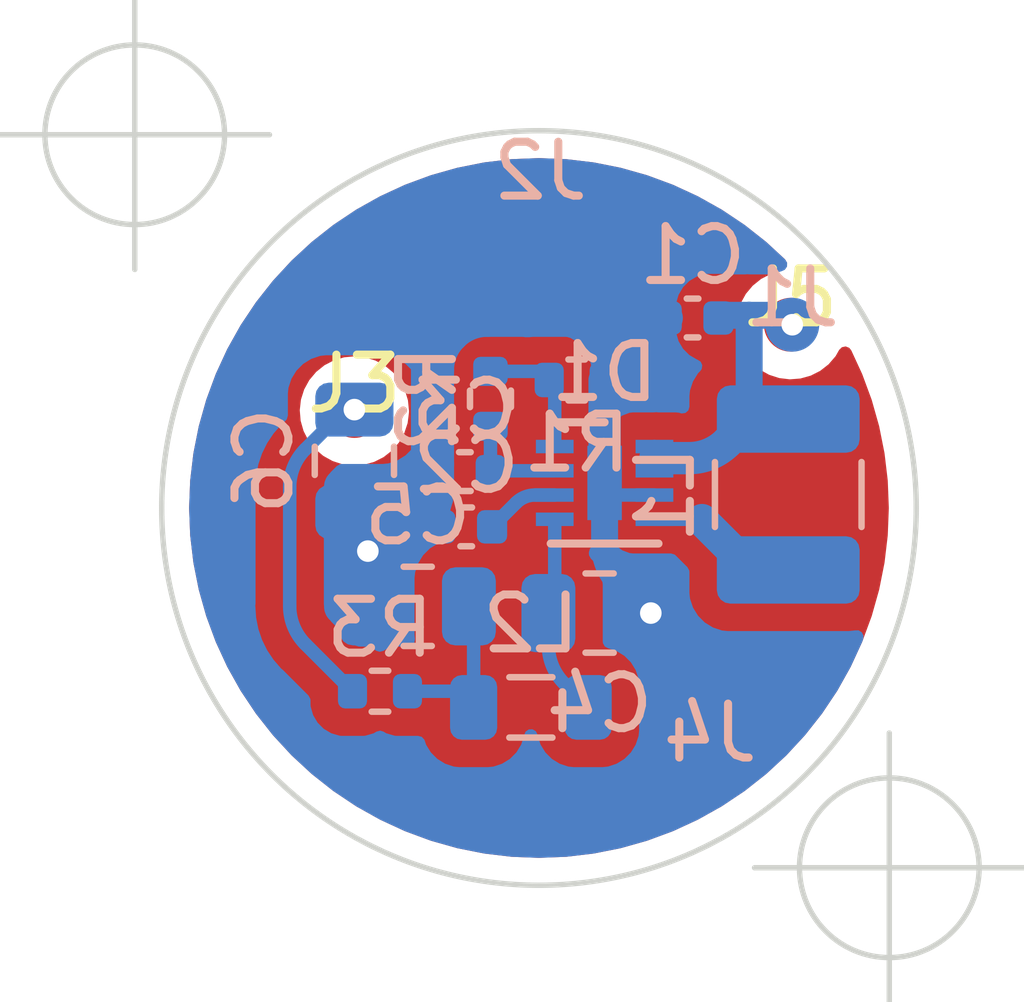
<source format=kicad_pcb>
(kicad_pcb (version 20211014) (generator pcbnew)
  (layers (0 "F.Cu" signal) (31 "B.Cu" signal) (34 "B.Paste" user) (35 "F.Paste" user) (36 "B.SilkS" user "B.Silkscreen") (37 "F.SilkS" user "F.Silkscreen") (38 "B.Mask" user) (39 "F.Mask" user) (44 "Edge.Cuts" user))
  (net 0 "")
  (net 1 "Net-(C1-Pad1)")
  (net 2 "GND")
  (net 3 "Net-(C2-Pad1)")
  (net 4 "Net-(C3-Pad1)")
  (net 5 "Net-(C4-Pad1)")
  (net 6 "Net-(C5-Pad1)")
  (net 7 "Net-(C6-Pad1)")
  (net 8 "Net-(D1-Pad4)")
  (net 9 "Net-(D1-Pad8)")
  (footprint "lib:conn_mini" (layer "F.Cu") (at 38.4 49.575)
    (fp_text reference "J3" (at 0 -0.5 unlocked) (layer "F.SilkS"))
    (fp_text value "Conn")
    (pad "1" smd circle (at 0 0) (size 1 1) (layers "F.Cu" "F.Paste" "F.Mask") (net 7 "Net-(C6-Pad1)"))
  )
  (footprint "lib:conn_mini" (layer "F.Cu") (at 46.5 47.975)
    (fp_text reference "J5" (at 0 -0.5 unlocked) (layer "F.SilkS"))
    (fp_text value "Conn")
    (pad "1" smd circle (at 0 0) (size 1 1) (layers "F.Cu" "F.Paste" "F.Mask") (net 1 "Net-(C1-Pad1)"))
  )
  (footprint "lib:conn_mini" (layer "B.Cu") (at 45 56.05 180)
    (fp_text reference "J4" (at 0 0.5 unlocked) (layer "B.SilkS") (effects (justify mirror)))
    (fp_text value "Conn")
    (pad "1" smd circle (at 0 0 180) (size 1 1) (layers "B.Cu" "B.Paste" "B.Mask") (net 2 "GND"))
  )
  (footprint "Capacitor_SMD:C_0402_1005Metric" (layer "B.Cu") (at 44.675 47.85 180)
    (fp_text reference "C1" (at 0 1.16) (layer "B.SilkS") (effects (justify mirror)))
    (fp_text value "10u")
    (fp_line (start -0.107836 -0.36) (end 0.107836 -0.36) (layer "B.SilkS") (width 0.12))
    (fp_line (start -0.107836 0.36) (end 0.107836 0.36) (layer "B.SilkS") (width 0.12))
    (pad "1" smd roundrect (at -0.48 0 180) (size 0.56 0.62) (layers "B.Cu" "B.Paste" "B.Mask") (net 1 "Net-(C1-Pad1)"))
    (pad "2" smd roundrect (at 0.48 0 180) (size 0.56 0.62) (layers "B.Cu" "B.Paste" "B.Mask") (net 2 "GND"))
  )
  (footprint "Capacitor_SMD:C_0805_2012Metric" (layer "B.Cu") (at 38.4 50.5 -90)
    (fp_text reference "C6" (at 0 1.68 90) (layer "B.SilkS") (effects (justify mirror)))
    (fp_text value "10u")
    (fp_line (start -0.261252 0.735) (end 0.261252 0.735) (layer "B.SilkS") (width 0.12))
    (fp_line (start -0.261252 -0.735) (end 0.261252 -0.735) (layer "B.SilkS") (width 0.12))
    (pad "1" smd roundrect (at -0.95 0 270) (size 1 1.45) (layers "B.Cu" "B.Paste" "B.Mask") (net 7 "Net-(C6-Pad1)"))
    (pad "2" smd roundrect (at 0.95 0 270) (size 1 1.45) (layers "B.Cu" "B.Paste" "B.Mask") (net 2 "GND"))
  )
  (footprint "lib:conn_mini" (layer "B.Cu") (at 41.85 45.625 180)
    (fp_text reference "J2" (at 0 0.5 unlocked) (layer "B.SilkS") (effects (justify mirror)))
    (fp_text value "Conn")
    (pad "1" smd circle (at 0 0 180) (size 1 1) (layers "B.Cu" "B.Paste" "B.Mask") (net 2 "GND"))
  )
  (footprint "Capacitor_SMD:C_0805_2012Metric" (layer "B.Cu") (at 42.95 53.325)
    (fp_text reference "C4" (at 0 1.68) (layer "B.SilkS") (effects (justify mirror)))
    (fp_text value "10u")
    (fp_line (start -0.261252 -0.735) (end 0.261252 -0.735) (layer "B.SilkS") (width 0.12))
    (fp_line (start -0.261252 0.735) (end 0.261252 0.735) (layer "B.SilkS") (width 0.12))
    (pad "1" smd roundrect (at -0.95 0) (size 1 1.45) (layers "B.Cu" "B.Paste" "B.Mask") (net 5 "Net-(C4-Pad1)"))
    (pad "2" smd roundrect (at 0.95 0) (size 1 1.45) (layers "B.Cu" "B.Paste" "B.Mask") (net 2 "GND"))
  )
  (footprint "Package_DFN_QFN:DFN-8-1EP_2x2mm_P0.45mm_EP0.64x1.38mm" (layer "B.Cu") (at 43.042618 50.91 180)
    (fp_text reference "D1" (at 0 2.05) (layer "B.SilkS") (effects (justify mirror)))
    (fp_text value "LT8410")
    (fp_line (start 0 1.125) (end 1 1.125) (layer "B.SilkS") (width 0.15))
    (fp_line (start -1 -1.125) (end 1 -1.125) (layer "B.SilkS") (width 0.15))
    (pad "1" smd rect (at -0.925 0.675 180) (size 0.7 0.25) (layers "B.Cu" "B.Paste" "B.Mask") (net 1 "Net-(C1-Pad1)"))
    (pad "2" smd rect (at -0.925 0.225 180) (size 0.7 0.25) (layers "B.Cu" "B.Paste" "B.Mask") (net 1 "Net-(C1-Pad1)"))
    (pad "3" smd rect (at -0.925 -0.225 180) (size 0.7 0.25) (layers "B.Cu" "B.Paste" "B.Mask") (net 2 "GND"))
    (pad "4" smd rect (at -0.925 -0.675 180) (size 0.7 0.25) (layers "B.Cu" "B.Paste" "B.Mask") (net 8 "Net-(D1-Pad4)"))
    (pad "5" smd rect (at 0.925 -0.675 180) (size 0.7 0.25) (layers "B.Cu" "B.Paste" "B.Mask") (net 5 "Net-(C4-Pad1)"))
    (pad "6" smd rect (at 0.925 -0.225 180) (size 0.7 0.25) (layers "B.Cu" "B.Paste" "B.Mask") (net 3 "Net-(C2-Pad1)"))
    (pad "7" smd rect (at 0.925 0.225 180) (size 0.7 0.25) (layers "B.Cu" "B.Paste" "B.Mask") (net 4 "Net-(C3-Pad1)"))
    (pad "8" smd rect (at 0.925 0.675 180) (size 0.7 0.25) (layers "B.Cu" "B.Paste" "B.Mask") (net 9 "Net-(D1-Pad8)"))
    (pad "9" smd rect (at 0 0 180) (size 0.64 1.38) (layers "B.Cu" "B.Mask") (net 2 "GND"))
  )
  (footprint "Inductor_SMD:L_0805_2012Metric" (layer "B.Cu") (at 41.675 55.075 180)
    (fp_text reference "L2" (at 0 1.55) (layer "B.SilkS") (effects (justify mirror)))
    (fp_text value "220uH")
    (fp_line (start -0.399622 0.56) (end 0.399622 0.56) (layer "B.SilkS") (width 0.12))
    (fp_line (start -0.399622 -0.56) (end 0.399622 -0.56) (layer "B.SilkS") (width 0.12))
    (pad "1" smd roundrect (at -1.0625 0 180) (size 0.875 1.2) (layers "B.Cu" "B.Paste" "B.Mask") (net 5 "Net-(C4-Pad1)"))
    (pad "2" smd roundrect (at 1.0625 0 180) (size 0.875 1.2) (layers "B.Cu" "B.Paste" "B.Mask") (net 6 "Net-(C5-Pad1)"))
  )
  (footprint "lib:conn_mini" (layer "B.Cu") (at 46.525 47.975 180)
    (fp_text reference "J1" (at 0 0.5 unlocked) (layer "B.SilkS") (effects (justify mirror)))
    (fp_text value "Conn")
    (pad "1" smd circle (at 0 0 180) (size 1 1) (layers "B.Cu" "B.Paste" "B.Mask") (net 1 "Net-(C1-Pad1)"))
  )
  (footprint "Capacitor_SMD:C_0402_1005Metric" (layer "B.Cu") (at 40.475 51.725 180)
    (fp_text reference "C2" (at 0 1.16) (layer "B.SilkS") (effects (justify mirror)))
    (fp_text value "0.1")
    (fp_line (start -0.107836 -0.36) (end 0.107836 -0.36) (layer "B.SilkS") (width 0.12))
    (fp_line (start -0.107836 0.36) (end 0.107836 0.36) (layer "B.SilkS") (width 0.12))
    (pad "1" smd roundrect (at -0.48 0 180) (size 0.56 0.62) (layers "B.Cu" "B.Paste" "B.Mask") (net 3 "Net-(C2-Pad1)"))
    (pad "2" smd roundrect (at 0.48 0 180) (size 0.56 0.62) (layers "B.Cu" "B.Paste" "B.Mask") (net 2 "GND"))
  )
  (footprint "Capacitor_SMD:C_0805_2012Metric" (layer "B.Cu") (at 39.575 53.2 180)
    (fp_text reference "C5" (at 0 1.68) (layer "B.SilkS") (effects (justify mirror)))
    (fp_text value "10u")
    (fp_line (start -0.261252 -0.735) (end 0.261252 -0.735) (layer "B.SilkS") (width 0.12))
    (fp_line (start -0.261252 0.735) (end 0.261252 0.735) (layer "B.SilkS") (width 0.12))
    (pad "1" smd roundrect (at -0.95 0 180) (size 1 1.45) (layers "B.Cu" "B.Paste" "B.Mask") (net 6 "Net-(C5-Pad1)"))
    (pad "2" smd roundrect (at 0.95 0 180) (size 1 1.45) (layers "B.Cu" "B.Paste" "B.Mask") (net 2 "GND"))
  )
  (footprint "Inductor_SMD:L_1210_3225Metric" (layer "B.Cu") (at 46.45 51.125 -90)
    (fp_text reference "L1" (at 0 2.28 90) (layer "B.SilkS") (effects (justify mirror)))
    (fp_text value "LQH32MN221K")
    (fp_line (start -0.602064 1.36) (end 0.602064 1.36) (layer "B.SilkS") (width 0.12))
    (fp_line (start -0.602064 -1.36) (end 0.602064 -1.36) (layer "B.SilkS") (width 0.12))
    (pad "1" smd roundrect (at -1.4 0 270) (size 1.25 2.65) (layers "B.Cu" "B.Paste" "B.Mask") (roundrect_rratio 0.2) (net 1 "Net-(C1-Pad1)"))
    (pad "2" smd roundrect (at 1.4 0 270) (size 1.25 2.65) (layers "B.Cu" "B.Paste" "B.Mask") (roundrect_rratio 0.2) (net 8 "Net-(D1-Pad4)"))
  )
  (footprint "Resistor_SMD:R_0402_1005Metric" (layer "B.Cu") (at 38.875 54.775 180)
    (fp_text reference "R3" (at 0 1.17) (layer "B.SilkS") (effects (justify mirror)))
    (fp_text value "200")
    (fp_line (start -0.153641 -0.38) (end 0.153641 -0.38) (layer "B.SilkS") (width 0.12))
    (fp_line (start -0.153641 0.38) (end 0.153641 0.38) (layer "B.SilkS") (width 0.12))
    (pad "1" smd roundrect (at -0.51 0 180) (size 0.54 0.64) (layers "B.Cu" "B.Paste" "B.Mask") (net 6 "Net-(C5-Pad1)"))
    (pad "2" smd roundrect (at 0.51 0 180) (size 0.54 0.64) (layers "B.Cu" "B.Paste" "B.Mask") (net 7 "Net-(C6-Pad1)"))
  )
  (footprint "Resistor_SMD:R_0402_1005Metric" (layer "B.Cu") (at 42.525 49)
    (fp_text reference "R1" (at 0 1.17 180) (layer "B.SilkS") (effects (justify mirror)))
    (fp_text value "R")
    (fp_line (start -0.153641 0.38) (end 0.153641 0.38) (layer "B.SilkS") (width 0.12))
    (fp_line (start -0.153641 -0.38) (end 0.153641 -0.38) (layer "B.SilkS") (width 0.12))
    (pad "1" smd roundrect (at -0.51 0) (size 0.54 0.64) (layers "B.Cu" "B.Paste" "B.Mask") (net 9 "Net-(D1-Pad8)"))
    (pad "2" smd roundrect (at 0.51 0) (size 0.54 0.64) (layers "B.Cu" "B.Paste" "B.Mask") (net 2 "GND"))
  )
  (footprint "Resistor_SMD:R_0402_1005Metric" (layer "B.Cu") (at 40.925 49.35 -90)
    (fp_text reference "R2" (at 0 1.17 90) (layer "B.SilkS") (effects (justify mirror)))
    (fp_text value "R")
    (fp_line (start -0.153641 0.38) (end 0.153641 0.38) (layer "B.SilkS") (width 0.12))
    (fp_line (start -0.153641 -0.38) (end 0.153641 -0.38) (layer "B.SilkS") (width 0.12))
    (pad "1" smd roundrect (at -0.51 0 270) (size 0.54 0.64) (layers "B.Cu" "B.Paste" "B.Mask") (net 9 "Net-(D1-Pad8)"))
    (pad "2" smd roundrect (at 0.51 0 270) (size 0.54 0.64) (layers "B.Cu" "B.Paste" "B.Mask") (net 4 "Net-(C3-Pad1)"))
  )
  (footprint "Capacitor_SMD:C_0402_1005Metric" (layer "B.Cu") (at 40.45 50.7 180)
    (fp_text reference "C3" (at 0 1.16) (layer "B.SilkS") (effects (justify mirror)))
    (fp_text value ".1")
    (fp_line (start -0.107836 0.36) (end 0.107836 0.36) (layer "B.SilkS") (width 0.12))
    (fp_line (start -0.107836 -0.36) (end 0.107836 -0.36) (layer "B.SilkS") (width 0.12))
    (pad "1" smd roundrect (at -0.48 0 180) (size 0.56 0.62) (layers "B.Cu" "B.Paste" "B.Mask") (net 4 "Net-(C3-Pad1)"))
    (pad "2" smd roundrect (at 0.48 0 180) (size 0.56 0.62) (layers "B.Cu" "B.Paste" "B.Mask") (net 2 "GND"))
  )
  (gr_circle (center 41.825 51.375) (end 48.825 51.375) (layer "Edge.Cuts") (width 0.1) (fill none))
  (target plus (at 34.325 44.45) (size 5) (width 0.1) (layer "Edge.Cuts"))
  (target plus (at 48.325 58.05) (size 5) (width 0.1) (layer "Edge.Cuts"))
  (via (at 46.525 47.975) (size 0.8) (drill 0.4) (layers "F.Cu" "B.Cu") (net 1))
  (segment (start 45.205 47.8) (end 45.155 47.85) (width 0.5) (layer "B.Cu") (net 1))
  (segment (start 43.985236 50.45) (end 43.967618 50.432382) (width 0.25) (layer "B.Cu") (net 1))
  (segment (start 46.45 49.725) (end 45.75 49.725) (width 0.6) (layer "B.Cu") (net 1))
  (segment (start 43.967618 50.432382) (end 43.967618 50.235) (width 0.25) (layer "B.Cu") (net 1))
  (segment (start 46.35 47.8) (end 46.525 47.975) (width 0.25) (layer "B.Cu") (net 1))
  (segment (start 44.610786 50.45) (end 43.985236 50.45) (width 0.6) (layer "B.Cu") (net 1))
  (segment (start 43.967618 50.685) (end 43.967618 50.432382) (width 0.25) (layer "B.Cu") (net 1))
  (segment (start 45.725 47.8) (end 45.725 49.425) (width 0.5) (layer "B.Cu") (net 1))
  (segment (start 45.75 49.725) (end 45.317893 50.157107) (width 0.6) (layer "B.Cu") (net 1))
  (segment (start 45.725 47.8) (end 46.35 47.8) (width 0.5) (layer "B.Cu") (net 1))
  (segment (start 45.725 47.8) (end 45.205 47.8) (width 0.5) (layer "B.Cu") (net 1))
  (arc (start 44.610786 50.45) (mid 44.993469 50.37388) (end 45.317893 50.157107) (width 0.6) (layer "B.Cu") (net 1))
  (via (at 38.65 52.175) (size 0.8) (drill 0.4) (layers "F.Cu" "B.Cu") (net 2))
  (via (at 43.9 53.325) (size 0.8) (drill 0.4) (layers "F.Cu" "B.Cu") (net 2))
  (segment (start 43.042618 50.91) (end 43.042618 49.007618) (width 0.6) (layer "B.Cu") (net 2))
  (segment (start 39.85 50.58) (end 39.97 50.7) (width 0.25) (layer "B.Cu") (net 2))
  (segment (start 43.335511 52.760511) (end 43.9 53.325) (width 0.5) (layer "B.Cu") (net 2))
  (segment (start 43.042618 50.91) (end 43.042618 52.053404) (width 0.5) (layer "B.Cu") (net 2))
  (segment (start 43.5 47.85) (end 43.45 47.8) (width 0.25) (layer "B.Cu") (net 2))
  (segment (start 43.45 47.8) (end 40.864214 47.8) (width 0.8) (layer "B.Cu") (net 2))
  (segment (start 39.85 48.814214) (end 39.85 50.58) (width 0.8) (layer "B.Cu") (net 2))
  (segment (start 43.042618 49.007618) (end 43.035 49) (width 0.25) (layer "B.Cu") (net 2))
  (segment (start 43.267618 51.135) (end 43.042618 50.91) (width 0.25) (layer "B.Cu") (net 2))
  (segment (start 43.967618 51.135) (end 43.267618 51.135) (width 0.25) (layer "B.Cu") (net 2))
  (segment (start 40.157107 48.092893) (end 40.142893 48.107107) (width 0.8) (layer "B.Cu") (net 2))
  (segment (start 44.195 47.85) (end 43.5 47.85) (width 0.6) (layer "B.Cu") (net 2))
  (arc (start 40.142893 48.107107) (mid 39.92612 48.43153) (end 39.85 48.814214) (width 0.8) (layer "B.Cu") (net 2))
  (arc (start 43.335511 52.760511) (mid 43.118738 52.436088) (end 43.042618 52.053404) (width 0.5) (layer "B.Cu") (net 2))
  (arc (start 40.157107 48.092893) (mid 40.48153 47.87612) (end 40.864214 47.8) (width 0.8) (layer "B.Cu") (net 2))
  (segment (start 41.398553 51.281447) (end 40.955 51.725) (width 0.25) (layer "B.Cu") (net 3))
  (segment (start 42.117618 51.135) (end 41.752107 51.135) (width 0.25) (layer "B.Cu") (net 3))
  (arc (start 41.398553 51.281447) (mid 41.560765 51.17306) (end 41.752107 51.135) (width 0.25) (layer "B.Cu") (net 3))
  (segment (start 40.925 50.695) (end 40.93 50.7) (width 0.25) (layer "B.Cu") (net 4))
  (segment (start 40.925 49.86) (end 40.925 50.695) (width 0.25) (layer "B.Cu") (net 4))
  (segment (start 42.117618 50.685) (end 40.945 50.685) (width 0.25) (layer "B.Cu") (net 4))
  (segment (start 40.945 50.685) (end 40.93 50.7) (width 0.25) (layer "B.Cu") (net 4))
  (segment (start 42.117618 53.207382) (end 42 53.325) (width 0.25) (layer "B.Cu") (net 5))
  (segment (start 42.117618 51.585) (end 42.117618 53.207382) (width 0.25) (layer "B.Cu") (net 5))
  (segment (start 42.292893 54.630393) (end 42.7375 55.075) (width 0.25) (layer "B.Cu") (net 5))
  (segment (start 42 53.325) (end 42 53.923286) (width 0.25) (layer "B.Cu") (net 5))
  (arc (start 42.292893 54.630393) (mid 42.07612 54.30597) (end 42 53.923286) (width 0.25) (layer "B.Cu") (net 5))
  (segment (start 40.6125 55.075) (end 40.6125 53.2875) (width 0.25) (layer "B.Cu") (net 6))
  (segment (start 39.385 54.775) (end 40.3125 54.775) (width 0.25) (layer "B.Cu") (net 6))
  (segment (start 40.6125 53.2875) (end 40.525 53.2) (width 0.25) (layer "B.Cu") (net 6))
  (segment (start 40.3125 54.775) (end 40.6125 55.075) (width 0.25) (layer "B.Cu") (net 6))
  (via (at 38.4 49.55) (size 0.8) (drill 0.4) (layers "F.Cu" "B.Cu") (net 7))
  (segment (start 37.2 50.989214) (end 37.2 53.195786) (width 0.25) (layer "B.Cu") (net 7))
  (segment (start 37.492893 53.902893) (end 38.365 54.775) (width 0.25) (layer "B.Cu") (net 7))
  (segment (start 38.4 49.55) (end 38.225 49.55) (width 0.25) (layer "B.Cu") (net 7))
  (segment (start 38.225 49.55) (end 37.492893 50.282107) (width 0.25) (layer "B.Cu") (net 7))
  (arc (start 37.2 53.195786) (mid 37.27612 53.578469) (end 37.492893 53.902893) (width 0.25) (layer "B.Cu") (net 7))
  (arc (start 37.492893 50.282107) (mid 37.27612 50.60653) (end 37.2 50.989214) (width 0.25) (layer "B.Cu") (net 7))
  (segment (start 44.835 51.585) (end 44.85 51.6) (width 0.25) (layer "B.Cu") (net 8))
  (segment (start 46.45 52.525) (end 46.189214 52.525) (width 0.6) (layer "B.Cu") (net 8))
  (segment (start 43.967618 51.585) (end 44.835 51.585) (width 0.25) (layer "B.Cu") (net 8))
  (segment (start 45.482107 52.232107) (end 44.85 51.6) (width 0.6) (layer "B.Cu") (net 8))
  (arc (start 46.189214 52.525) (mid 45.806531 52.44888) (end 45.482107 52.232107) (width 0.6) (layer "B.Cu") (net 8))
  (segment (start 41.855 48.84) (end 42.015 49) (width 0.25) (layer "B.Cu") (net 9))
  (segment (start 42.117618 49.102618) (end 42.015 49) (width 0.25) (layer "B.Cu") (net 9))
  (segment (start 42.117618 50.235) (end 42.117618 49.102618) (width 0.25) (layer "B.Cu") (net 9))
  (segment (start 40.925 48.84) (end 41.855 48.84) (width 0.25) (layer "B.Cu") (net 9))
  (zone (net 2) (net_name "GND") (layers F&B.Cu) (connect_pads yes (clearance 0.508)) (min_thickness 0.254) (fill yes (thermal_gap 0.508) (thermal_bridge_width 0.508))
    (polygon (pts (xy 50.1 59.8) (xy 32.625 59.8) (xy 32.625 42.85) (xy 50.1 42.85)))
  )
  (zone (net 0) (net_name "") (layer "B.Cu") (connect_pads yes (clearance 0)) (min_thickness 0.254)
    (keepout (tracks allowed) (vias allowed) (pads allowed) (copperpour not_allowed) (footprints allowed))
    (fill (thermal_gap 0.508) (thermal_bridge_width 0.508))
    (polygon (pts (xy 47.75 51.925) (xy 45.775 51.925) (xy 45.775 49.875) (xy 47.75 49.875)))
  )
)
</source>
